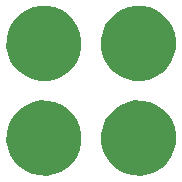
<source format=gts>
%TF.GenerationSoftware,KiCad,Pcbnew,4.0.7-e2-6376~58~ubuntu16.04.1*%
%TF.CreationDate,2017-10-07T12:42:36-07:00*%
%TF.ProjectId,2x2-CdS-Photocell-TH,3278322D4364532D50686F746F63656C,v1.2*%
%TF.FileFunction,Soldermask,Top*%
%FSLAX46Y46*%
G04 Gerber Fmt 4.6, Leading zero omitted, Abs format (unit mm)*
G04 Created by KiCad (PCBNEW 4.0.7-e2-6376~58~ubuntu16.04.1) date Sat Oct  7 12:42:36 2017*
%MOMM*%
%LPD*%
G01*
G04 APERTURE LIST*
%ADD10C,0.350000*%
G04 APERTURE END LIST*
D10*
G36*
X6684613Y-34607413D02*
X7294769Y-34732661D01*
X7868991Y-34974041D01*
X8385385Y-35322354D01*
X8824291Y-35764334D01*
X9168988Y-36283147D01*
X9406352Y-36859032D01*
X9527268Y-37469708D01*
X9527268Y-37469714D01*
X9527336Y-37470058D01*
X9517402Y-38181510D01*
X9517325Y-38181848D01*
X9517325Y-38181856D01*
X9379404Y-38788919D01*
X9126055Y-39357949D01*
X8767003Y-39866938D01*
X8315927Y-40296492D01*
X7790008Y-40630250D01*
X7209274Y-40855501D01*
X6595856Y-40963664D01*
X5973106Y-40950619D01*
X5364749Y-40816863D01*
X4793959Y-40567491D01*
X4282484Y-40212007D01*
X3849787Y-39763935D01*
X3512366Y-39240360D01*
X3283064Y-38661212D01*
X3170623Y-38048566D01*
X3179319Y-37425740D01*
X3308826Y-36816464D01*
X3554205Y-36243950D01*
X3906116Y-35729998D01*
X4351149Y-35294189D01*
X4872359Y-34953119D01*
X5449889Y-34719781D01*
X6061738Y-34603065D01*
X6684613Y-34607413D01*
X6684613Y-34607413D01*
G37*
G36*
X14684613Y-34607413D02*
X15294769Y-34732661D01*
X15868991Y-34974041D01*
X16385385Y-35322354D01*
X16824291Y-35764334D01*
X17168988Y-36283147D01*
X17406352Y-36859032D01*
X17527268Y-37469708D01*
X17527268Y-37469714D01*
X17527336Y-37470058D01*
X17517402Y-38181510D01*
X17517325Y-38181848D01*
X17517325Y-38181856D01*
X17379404Y-38788919D01*
X17126055Y-39357949D01*
X16767003Y-39866938D01*
X16315927Y-40296492D01*
X15790008Y-40630250D01*
X15209274Y-40855501D01*
X14595856Y-40963664D01*
X13973106Y-40950619D01*
X13364749Y-40816863D01*
X12793959Y-40567491D01*
X12282484Y-40212007D01*
X11849787Y-39763935D01*
X11512366Y-39240360D01*
X11283064Y-38661212D01*
X11170623Y-38048566D01*
X11179319Y-37425740D01*
X11308826Y-36816464D01*
X11554205Y-36243950D01*
X11906116Y-35729998D01*
X12351149Y-35294189D01*
X12872359Y-34953119D01*
X13449889Y-34719781D01*
X14061738Y-34603065D01*
X14684613Y-34607413D01*
X14684613Y-34607413D01*
G37*
G36*
X6684613Y-26607413D02*
X7294769Y-26732661D01*
X7868991Y-26974041D01*
X8385385Y-27322354D01*
X8824291Y-27764334D01*
X9168988Y-28283147D01*
X9406352Y-28859032D01*
X9527268Y-29469708D01*
X9527268Y-29469714D01*
X9527336Y-29470058D01*
X9517402Y-30181510D01*
X9517325Y-30181848D01*
X9517325Y-30181856D01*
X9379404Y-30788919D01*
X9126055Y-31357949D01*
X8767003Y-31866938D01*
X8315927Y-32296492D01*
X7790008Y-32630250D01*
X7209274Y-32855501D01*
X6595856Y-32963664D01*
X5973106Y-32950619D01*
X5364749Y-32816863D01*
X4793959Y-32567491D01*
X4282484Y-32212007D01*
X3849787Y-31763935D01*
X3512366Y-31240360D01*
X3283064Y-30661212D01*
X3170623Y-30048566D01*
X3179319Y-29425740D01*
X3308826Y-28816464D01*
X3554205Y-28243950D01*
X3906116Y-27729998D01*
X4351149Y-27294189D01*
X4872359Y-26953119D01*
X5449889Y-26719781D01*
X6061738Y-26603065D01*
X6684613Y-26607413D01*
X6684613Y-26607413D01*
G37*
G36*
X14684613Y-26607413D02*
X15294769Y-26732661D01*
X15868991Y-26974041D01*
X16385385Y-27322354D01*
X16824291Y-27764334D01*
X17168988Y-28283147D01*
X17406352Y-28859032D01*
X17527268Y-29469708D01*
X17527268Y-29469714D01*
X17527336Y-29470058D01*
X17517402Y-30181510D01*
X17517325Y-30181848D01*
X17517325Y-30181856D01*
X17379404Y-30788919D01*
X17126055Y-31357949D01*
X16767003Y-31866938D01*
X16315927Y-32296492D01*
X15790008Y-32630250D01*
X15209274Y-32855501D01*
X14595856Y-32963664D01*
X13973106Y-32950619D01*
X13364749Y-32816863D01*
X12793959Y-32567491D01*
X12282484Y-32212007D01*
X11849787Y-31763935D01*
X11512366Y-31240360D01*
X11283064Y-30661212D01*
X11170623Y-30048566D01*
X11179319Y-29425740D01*
X11308826Y-28816464D01*
X11554205Y-28243950D01*
X11906116Y-27729998D01*
X12351149Y-27294189D01*
X12872359Y-26953119D01*
X13449889Y-26719781D01*
X14061738Y-26603065D01*
X14684613Y-26607413D01*
X14684613Y-26607413D01*
G37*
M02*

</source>
